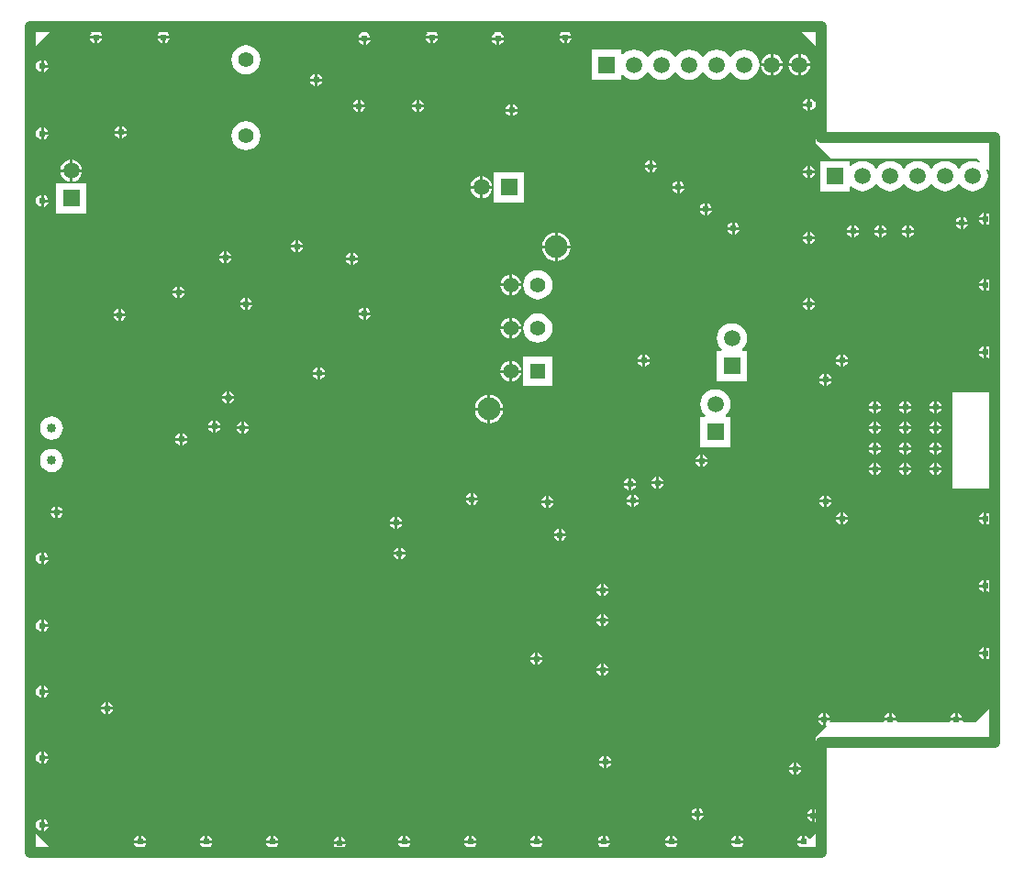
<source format=gbl>
G04 Layer_Physical_Order=2*
G04 Layer_Color=16711680*
%FSLAX25Y25*%
%MOIN*%
G70*
G01*
G75*
%ADD43C,0.04000*%
%ADD44C,0.03347*%
%ADD45R,0.05905X0.05905*%
%ADD46C,0.05905*%
%ADD47R,0.05905X0.05905*%
%ADD48C,0.08268*%
%ADD49R,0.05543X0.05543*%
%ADD50C,0.05543*%
%ADD51C,0.05512*%
%ADD52C,0.02400*%
%ADD53C,0.02800*%
G36*
X285500Y293500D02*
X285500Y273076D01*
X285000Y272967D01*
X284586Y273586D01*
X283858Y274072D01*
X283500Y274144D01*
Y272000D01*
Y269856D01*
X283858Y269928D01*
X284586Y270414D01*
X285000Y271033D01*
X285500Y270924D01*
Y258000D01*
X291000Y252500D01*
X344000D01*
X345158Y251342D01*
X344874Y250919D01*
X343923Y251312D01*
X342500Y251500D01*
X341076Y251312D01*
X339750Y250763D01*
X338611Y249889D01*
X337781Y248807D01*
X337500Y248776D01*
X337219Y248807D01*
X336389Y249889D01*
X335250Y250763D01*
X333924Y251312D01*
X332500Y251500D01*
X331077Y251312D01*
X329750Y250763D01*
X328611Y249889D01*
X327781Y248807D01*
X327500Y248776D01*
X327219Y248807D01*
X326389Y249889D01*
X325250Y250763D01*
X323923Y251312D01*
X322500Y251500D01*
X321076Y251312D01*
X319750Y250763D01*
X318611Y249889D01*
X317781Y248807D01*
X317500Y248776D01*
X317219Y248807D01*
X316389Y249889D01*
X315250Y250763D01*
X313924Y251312D01*
X312500Y251500D01*
X311076Y251312D01*
X309750Y250763D01*
X308611Y249889D01*
X307781Y248807D01*
X307500Y248776D01*
X307219Y248807D01*
X306389Y249889D01*
X305250Y250763D01*
X303924Y251312D01*
X302500Y251500D01*
X301077Y251312D01*
X299750Y250763D01*
X298611Y249889D01*
X298426Y249648D01*
X297953Y249809D01*
Y251453D01*
X287047D01*
Y240547D01*
X297953D01*
Y242191D01*
X298426Y242352D01*
X298611Y242111D01*
X299750Y241237D01*
X301077Y240688D01*
X302500Y240500D01*
X303924Y240688D01*
X305250Y241237D01*
X306389Y242111D01*
X307219Y243193D01*
X307500Y243224D01*
X307781Y243193D01*
X308611Y242111D01*
X309750Y241237D01*
X311076Y240688D01*
X312500Y240500D01*
X313924Y240688D01*
X315250Y241237D01*
X316389Y242111D01*
X317219Y243193D01*
X317500Y243224D01*
X317781Y243193D01*
X318611Y242111D01*
X319750Y241237D01*
X321076Y240688D01*
X322500Y240500D01*
X323923Y240688D01*
X325250Y241237D01*
X326389Y242111D01*
X327219Y243193D01*
X327500Y243224D01*
X327781Y243193D01*
X328611Y242111D01*
X329750Y241237D01*
X331077Y240688D01*
X332500Y240500D01*
X333924Y240688D01*
X335250Y241237D01*
X336389Y242111D01*
X337219Y243193D01*
X337500Y243224D01*
X337781Y243193D01*
X338611Y242111D01*
X339750Y241237D01*
X341076Y240688D01*
X342500Y240500D01*
X343923Y240688D01*
X345250Y241237D01*
X346389Y242111D01*
X347263Y243250D01*
X347812Y244577D01*
X348000Y246000D01*
X347812Y247424D01*
X347418Y248374D01*
X347842Y248658D01*
X348500Y248000D01*
Y232674D01*
X348059Y232438D01*
X347858Y232572D01*
X347500Y232644D01*
Y230500D01*
Y228356D01*
X347858Y228428D01*
X348059Y228562D01*
X348500Y228326D01*
Y208674D01*
X348059Y208438D01*
X347858Y208572D01*
X347500Y208644D01*
Y206500D01*
Y204356D01*
X347858Y204428D01*
X348059Y204562D01*
X348500Y204326D01*
Y184174D01*
X348059Y183938D01*
X347858Y184072D01*
X347500Y184144D01*
Y182000D01*
Y179856D01*
X347858Y179928D01*
X348059Y180062D01*
X348500Y179826D01*
Y167500D01*
X335000D01*
Y132500D01*
X348500D01*
Y123674D01*
X348059Y123438D01*
X347858Y123572D01*
X347500Y123644D01*
Y121500D01*
Y119356D01*
X347858Y119428D01*
X348059Y119562D01*
X348500Y119326D01*
Y99174D01*
X348059Y98938D01*
X347858Y99072D01*
X347500Y99144D01*
Y97000D01*
Y94856D01*
X347858Y94928D01*
X348059Y95062D01*
X348500Y94826D01*
X348500Y74674D01*
X348059Y74438D01*
X347858Y74572D01*
X347500Y74644D01*
Y72500D01*
Y70356D01*
X347858Y70428D01*
X348059Y70562D01*
X348500Y70326D01*
Y52000D01*
X343500Y47500D01*
X339033D01*
X338644Y48000D01*
X334356D01*
X333967Y47500D01*
X315033D01*
X314644Y48000D01*
X310356D01*
X309967Y47500D01*
X291033D01*
X290955Y47536D01*
X290607Y47814D01*
X290644Y48000D01*
X289000D01*
Y46356D01*
X289186Y46393D01*
X289433Y45933D01*
X285500Y42000D01*
X285500Y16033D01*
X285000Y15644D01*
Y13500D01*
Y11356D01*
X285500Y10967D01*
Y7000D01*
X283513Y5013D01*
X282904Y5111D01*
X282586Y5586D01*
X281858Y6072D01*
X281500Y6144D01*
Y4000D01*
X281000D01*
Y3500D01*
X278856D01*
X278928Y3142D01*
X279356Y2500D01*
X279202Y2000D01*
X258798D01*
X258644Y2500D01*
X259072Y3142D01*
X259144Y3500D01*
X254856D01*
X254928Y3142D01*
X255356Y2500D01*
X255202Y2000D01*
X234798D01*
X234644Y2500D01*
X235072Y3142D01*
X235144Y3500D01*
X230856D01*
X230928Y3142D01*
X231356Y2500D01*
X231202Y2000D01*
X210298D01*
X210144Y2500D01*
X210572Y3142D01*
X210644Y3500D01*
X206356D01*
X206428Y3142D01*
X206856Y2500D01*
X206702Y2000D01*
X185798D01*
X185644Y2500D01*
X186072Y3142D01*
X186144Y3500D01*
X181856D01*
X181928Y3142D01*
X182356Y2500D01*
X182202Y2000D01*
X161798D01*
X161644Y2500D01*
X162072Y3142D01*
X162144Y3500D01*
X157856D01*
X157928Y3142D01*
X158356Y2500D01*
X158202Y2000D01*
X137798D01*
X137644Y2500D01*
X138072Y3142D01*
X138144Y3500D01*
X133856D01*
X133928Y3142D01*
X134356Y2500D01*
X134202Y2000D01*
X114674D01*
X114438Y2441D01*
X114572Y2642D01*
X114644Y3000D01*
X110356D01*
X110428Y2642D01*
X110562Y2441D01*
X110326Y2000D01*
X89798D01*
X89644Y2500D01*
X90072Y3142D01*
X90144Y3500D01*
X85856D01*
X85928Y3142D01*
X86356Y2500D01*
X86202Y2000D01*
X65798D01*
X65644Y2500D01*
X66072Y3142D01*
X66144Y3500D01*
X61856D01*
X61928Y3142D01*
X62356Y2500D01*
X62202Y2000D01*
X41798D01*
X41644Y2500D01*
X42072Y3142D01*
X42144Y3500D01*
X37856D01*
X37928Y3142D01*
X38356Y2500D01*
X38202Y2000D01*
X7000D01*
X2000Y7000D01*
Y8924D01*
X2500Y9033D01*
X2914Y8414D01*
X3642Y7928D01*
X4000Y7856D01*
Y10000D01*
Y12144D01*
X3642Y12072D01*
X2914Y11586D01*
X2500Y10967D01*
X2000Y11076D01*
Y33424D01*
X2500Y33533D01*
X2914Y32914D01*
X3642Y32428D01*
X4000Y32356D01*
Y34500D01*
Y36644D01*
X3642Y36572D01*
X2914Y36086D01*
X2500Y35467D01*
X2000Y35576D01*
Y57424D01*
X2500Y57533D01*
X2914Y56914D01*
X3642Y56428D01*
X4000Y56356D01*
Y58500D01*
Y60644D01*
X3642Y60572D01*
X2914Y60086D01*
X2500Y59467D01*
X2000Y59576D01*
Y81424D01*
X2500Y81533D01*
X2914Y80914D01*
X3642Y80428D01*
X4000Y80356D01*
Y82500D01*
Y84644D01*
X3642Y84572D01*
X2914Y84086D01*
X2500Y83467D01*
X2000Y83576D01*
Y105924D01*
X2500Y106033D01*
X2914Y105414D01*
X3642Y104928D01*
X4000Y104856D01*
Y107000D01*
Y109144D01*
X3642Y109072D01*
X2914Y108586D01*
X2500Y107967D01*
X2000Y108076D01*
Y235924D01*
X2500Y236033D01*
X2914Y235414D01*
X3642Y234928D01*
X4000Y234856D01*
Y237000D01*
Y239144D01*
X3642Y239072D01*
X2914Y238586D01*
X2500Y237967D01*
X2000Y238076D01*
Y260424D01*
X2500Y260533D01*
X2914Y259914D01*
X3642Y259428D01*
X4000Y259356D01*
Y261500D01*
Y263644D01*
X3642Y263572D01*
X2914Y263086D01*
X2500Y262467D01*
X2000Y262576D01*
Y284924D01*
X2500Y285033D01*
X2914Y284414D01*
X3642Y283928D01*
X4000Y283856D01*
Y286000D01*
Y288144D01*
X3642Y288072D01*
X2914Y287586D01*
X2500Y286967D01*
X2000Y287076D01*
Y293500D01*
X7000Y298500D01*
X22202D01*
X22356Y298000D01*
X21928Y297358D01*
X21856Y297000D01*
X26144D01*
X26072Y297358D01*
X25644Y298000D01*
X25798Y298500D01*
X46702D01*
X46856Y298000D01*
X46428Y297358D01*
X46356Y297000D01*
X50644D01*
X50572Y297358D01*
X50144Y298000D01*
X50298Y298500D01*
X120424D01*
X120533Y298000D01*
X119914Y297586D01*
X119428Y296858D01*
X119356Y296500D01*
X123644D01*
X123572Y296858D01*
X123086Y297586D01*
X122467Y298000D01*
X122576Y298500D01*
X144202D01*
X144356Y298000D01*
X143928Y297358D01*
X143856Y297000D01*
X148144D01*
X148072Y297358D01*
X147644Y298000D01*
X147798Y298500D01*
X168924D01*
X169033Y298000D01*
X168414Y297586D01*
X167928Y296858D01*
X167856Y296500D01*
X172144D01*
X172072Y296858D01*
X171586Y297586D01*
X170967Y298000D01*
X171076Y298500D01*
X192702D01*
X192856Y298000D01*
X192428Y297358D01*
X192356Y297000D01*
X196644D01*
X196572Y297358D01*
X196144Y298000D01*
X196298Y298500D01*
X280500D01*
X285500Y293500D01*
D02*
G37*
%LPC*%
G36*
X309144Y139000D02*
X307500D01*
Y137356D01*
X307858Y137428D01*
X308586Y137914D01*
X309072Y138642D01*
X309144Y139000D01*
D02*
G37*
G36*
X306500D02*
X304856D01*
X304928Y138642D01*
X305414Y137914D01*
X306142Y137428D01*
X306500Y137356D01*
Y139000D01*
D02*
G37*
G36*
X317500D02*
X315856D01*
X315928Y138642D01*
X316414Y137914D01*
X317142Y137428D01*
X317500Y137356D01*
Y139000D01*
D02*
G37*
G36*
X328500D02*
X326856D01*
X326928Y138642D01*
X327414Y137914D01*
X328142Y137428D01*
X328500Y137356D01*
Y139000D01*
D02*
G37*
G36*
X320144D02*
X318500D01*
Y137356D01*
X318858Y137428D01*
X319586Y137914D01*
X320072Y138642D01*
X320144Y139000D01*
D02*
G37*
G36*
X228500Y136644D02*
Y135000D01*
X230144D01*
X230072Y135358D01*
X229586Y136086D01*
X228858Y136572D01*
X228500Y136644D01*
D02*
G37*
G36*
X230144Y134000D02*
X228500D01*
Y132356D01*
X228858Y132428D01*
X229586Y132914D01*
X230072Y133642D01*
X230144Y134000D01*
D02*
G37*
G36*
X227500D02*
X225856D01*
X225928Y133642D01*
X226414Y132914D01*
X227142Y132428D01*
X227500Y132356D01*
Y134000D01*
D02*
G37*
G36*
X217500Y136144D02*
X217142Y136072D01*
X216414Y135586D01*
X215928Y134858D01*
X215856Y134500D01*
X217500D01*
Y136144D01*
D02*
G37*
G36*
X227500Y136644D02*
X227142Y136572D01*
X226414Y136086D01*
X225928Y135358D01*
X225856Y135000D01*
X227500D01*
Y136644D01*
D02*
G37*
G36*
X218500Y136144D02*
Y134500D01*
X220144D01*
X220072Y134858D01*
X219586Y135586D01*
X218858Y136072D01*
X218500Y136144D01*
D02*
G37*
G36*
X331144Y139000D02*
X329500D01*
Y137356D01*
X329858Y137428D01*
X330586Y137914D01*
X331072Y138642D01*
X331144Y139000D01*
D02*
G37*
G36*
X243500Y142000D02*
X241856D01*
X241928Y141642D01*
X242414Y140914D01*
X243142Y140428D01*
X243500Y140356D01*
Y142000D01*
D02*
G37*
G36*
X329500Y141644D02*
Y140000D01*
X331144D01*
X331072Y140358D01*
X330586Y141086D01*
X329858Y141572D01*
X329500Y141644D01*
D02*
G37*
G36*
X246144Y142000D02*
X244500D01*
Y140356D01*
X244858Y140428D01*
X245586Y140914D01*
X246072Y141642D01*
X246144Y142000D01*
D02*
G37*
G36*
X244500Y144644D02*
Y143000D01*
X246144D01*
X246072Y143358D01*
X245586Y144086D01*
X244858Y144572D01*
X244500Y144644D01*
D02*
G37*
G36*
X243500D02*
X243142Y144572D01*
X242414Y144086D01*
X241928Y143358D01*
X241856Y143000D01*
X243500D01*
Y144644D01*
D02*
G37*
G36*
X328500Y141644D02*
X328142Y141572D01*
X327414Y141086D01*
X326928Y140358D01*
X326856Y140000D01*
X328500D01*
Y141644D01*
D02*
G37*
G36*
X306500D02*
X306142Y141572D01*
X305414Y141086D01*
X304928Y140358D01*
X304856Y140000D01*
X306500D01*
Y141644D01*
D02*
G37*
G36*
X7882Y146804D02*
X6792Y146660D01*
X5777Y146240D01*
X4905Y145571D01*
X4237Y144699D01*
X3816Y143684D01*
X3673Y142595D01*
X3816Y141505D01*
X4237Y140490D01*
X4905Y139618D01*
X5777Y138949D01*
X6792Y138529D01*
X7882Y138385D01*
X8971Y138529D01*
X9986Y138949D01*
X10858Y139618D01*
X11527Y140490D01*
X11948Y141505D01*
X12091Y142595D01*
X11948Y143684D01*
X11527Y144699D01*
X10858Y145571D01*
X9986Y146240D01*
X8971Y146660D01*
X7882Y146804D01*
D02*
G37*
G36*
X307500Y141644D02*
Y140000D01*
X309144D01*
X309072Y140358D01*
X308586Y141086D01*
X307858Y141572D01*
X307500Y141644D01*
D02*
G37*
G36*
X318500D02*
Y140000D01*
X320144D01*
X320072Y140358D01*
X319586Y141086D01*
X318858Y141572D01*
X318500Y141644D01*
D02*
G37*
G36*
X317500D02*
X317142Y141572D01*
X316414Y141086D01*
X315928Y140358D01*
X315856Y140000D01*
X317500D01*
Y141644D01*
D02*
G37*
G36*
X288500Y127256D02*
X286856D01*
X286928Y126898D01*
X287414Y126170D01*
X288142Y125684D01*
X288500Y125612D01*
Y127256D01*
D02*
G37*
G36*
X190144Y127000D02*
X188500D01*
Y125356D01*
X188858Y125428D01*
X189586Y125914D01*
X190072Y126642D01*
X190144Y127000D01*
D02*
G37*
G36*
X291144Y127256D02*
X289500D01*
Y125612D01*
X289858Y125684D01*
X290586Y126170D01*
X291072Y126898D01*
X291144Y127256D01*
D02*
G37*
G36*
X221144Y127500D02*
X219500D01*
Y125856D01*
X219858Y125928D01*
X220586Y126414D01*
X221072Y127142D01*
X221144Y127500D01*
D02*
G37*
G36*
X218500D02*
X216856D01*
X216928Y127142D01*
X217414Y126414D01*
X218142Y125928D01*
X218500Y125856D01*
Y127500D01*
D02*
G37*
G36*
X187500Y127000D02*
X185856D01*
X185928Y126642D01*
X186414Y125914D01*
X187142Y125428D01*
X187500Y125356D01*
Y127000D01*
D02*
G37*
G36*
X295500Y123644D02*
Y122000D01*
X297144D01*
X297072Y122358D01*
X296586Y123086D01*
X295858Y123572D01*
X295500Y123644D01*
D02*
G37*
G36*
X294500D02*
X294142Y123572D01*
X293414Y123086D01*
X292928Y122358D01*
X292856Y122000D01*
X294500D01*
Y123644D01*
D02*
G37*
G36*
X346500D02*
X346142Y123572D01*
X345414Y123086D01*
X344928Y122358D01*
X344856Y122000D01*
X346500D01*
Y123644D01*
D02*
G37*
G36*
X10244Y125888D02*
Y124244D01*
X11888D01*
X11817Y124602D01*
X11330Y125330D01*
X10603Y125817D01*
X10244Y125888D01*
D02*
G37*
G36*
X9244D02*
X8886Y125817D01*
X8158Y125330D01*
X7672Y124602D01*
X7600Y124244D01*
X9244D01*
Y125888D01*
D02*
G37*
G36*
X160016Y127984D02*
X158372D01*
X158443Y127626D01*
X158930Y126898D01*
X159657Y126412D01*
X160016Y126341D01*
Y127984D01*
D02*
G37*
G36*
Y130628D02*
X159657Y130557D01*
X158930Y130070D01*
X158443Y129343D01*
X158372Y128984D01*
X160016D01*
Y130628D01*
D02*
G37*
G36*
X219500Y130144D02*
Y128500D01*
X221144D01*
X221072Y128858D01*
X220586Y129586D01*
X219858Y130072D01*
X219500Y130144D01*
D02*
G37*
G36*
X161016Y130628D02*
Y128984D01*
X162659D01*
X162588Y129343D01*
X162102Y130070D01*
X161374Y130557D01*
X161016Y130628D01*
D02*
G37*
G36*
X220144Y133500D02*
X218500D01*
Y131856D01*
X218858Y131928D01*
X219586Y132414D01*
X220072Y133142D01*
X220144Y133500D01*
D02*
G37*
G36*
X217500D02*
X215856D01*
X215928Y133142D01*
X216414Y132414D01*
X217142Y131928D01*
X217500Y131856D01*
Y133500D01*
D02*
G37*
G36*
X218500Y130144D02*
X218142Y130072D01*
X217414Y129586D01*
X216928Y128858D01*
X216856Y128500D01*
X218500D01*
Y130144D01*
D02*
G37*
G36*
X187500Y129644D02*
X187142Y129572D01*
X186414Y129086D01*
X185928Y128358D01*
X185856Y128000D01*
X187500D01*
Y129644D01*
D02*
G37*
G36*
X162659Y127984D02*
X161016D01*
Y126341D01*
X161374Y126412D01*
X162102Y126898D01*
X162588Y127626D01*
X162659Y127984D01*
D02*
G37*
G36*
X188500Y129644D02*
Y128000D01*
X190144D01*
X190072Y128358D01*
X189586Y129086D01*
X188858Y129572D01*
X188500Y129644D01*
D02*
G37*
G36*
X289500Y129900D02*
Y128256D01*
X291144D01*
X291072Y128614D01*
X290586Y129342D01*
X289858Y129828D01*
X289500Y129900D01*
D02*
G37*
G36*
X288500D02*
X288142Y129828D01*
X287414Y129342D01*
X286928Y128614D01*
X286856Y128256D01*
X288500D01*
Y129900D01*
D02*
G37*
G36*
X306500Y146500D02*
X304856D01*
X304928Y146142D01*
X305414Y145414D01*
X306142Y144928D01*
X306500Y144856D01*
Y146500D01*
D02*
G37*
G36*
X307500Y156644D02*
Y155000D01*
X309144D01*
X309072Y155358D01*
X308586Y156086D01*
X307858Y156572D01*
X307500Y156644D01*
D02*
G37*
G36*
X306500D02*
X306142Y156572D01*
X305414Y156086D01*
X304928Y155358D01*
X304856Y155000D01*
X306500D01*
Y156644D01*
D02*
G37*
G36*
X317500D02*
X317142Y156572D01*
X316414Y156086D01*
X315928Y155358D01*
X315856Y155000D01*
X317500D01*
Y156644D01*
D02*
G37*
G36*
X328500D02*
X328142Y156572D01*
X327414Y156086D01*
X326928Y155358D01*
X326856Y155000D01*
X328500D01*
Y156644D01*
D02*
G37*
G36*
X318500D02*
Y155000D01*
X320144D01*
X320072Y155358D01*
X319586Y156086D01*
X318858Y156572D01*
X318500Y156644D01*
D02*
G37*
G36*
X77800D02*
Y155000D01*
X79444D01*
X79372Y155358D01*
X78886Y156086D01*
X78158Y156572D01*
X77800Y156644D01*
D02*
G37*
G36*
X331144Y154000D02*
X329500D01*
Y152356D01*
X329858Y152428D01*
X330586Y152914D01*
X331072Y153642D01*
X331144Y154000D01*
D02*
G37*
G36*
X328500D02*
X326856D01*
X326928Y153642D01*
X327414Y152914D01*
X328142Y152428D01*
X328500Y152356D01*
Y154000D01*
D02*
G37*
G36*
X66500Y154500D02*
X64856D01*
X64928Y154142D01*
X65414Y153414D01*
X66142Y152928D01*
X66500Y152856D01*
Y154500D01*
D02*
G37*
G36*
X76800Y156644D02*
X76442Y156572D01*
X75714Y156086D01*
X75228Y155358D01*
X75156Y155000D01*
X76800D01*
Y156644D01*
D02*
G37*
G36*
X69144Y154500D02*
X67500D01*
Y152856D01*
X67858Y152928D01*
X68586Y153414D01*
X69072Y154142D01*
X69144Y154500D01*
D02*
G37*
G36*
X329500Y156644D02*
Y155000D01*
X331144D01*
X331072Y155358D01*
X330586Y156086D01*
X329858Y156572D01*
X329500Y156644D01*
D02*
G37*
G36*
X320144Y161500D02*
X318500D01*
Y159856D01*
X318858Y159928D01*
X319586Y160414D01*
X320072Y161142D01*
X320144Y161500D01*
D02*
G37*
G36*
X317500D02*
X315856D01*
X315928Y161142D01*
X316414Y160414D01*
X317142Y159928D01*
X317500Y159856D01*
Y161500D01*
D02*
G37*
G36*
X328500D02*
X326856D01*
X326928Y161142D01*
X327414Y160414D01*
X328142Y159928D01*
X328500Y159856D01*
Y161500D01*
D02*
G37*
G36*
X166284Y166337D02*
X165443Y166226D01*
X164194Y165709D01*
X163122Y164886D01*
X162299Y163813D01*
X161782Y162565D01*
X161671Y161724D01*
X166284D01*
Y166337D01*
D02*
G37*
G36*
X331144Y161500D02*
X329500D01*
Y159856D01*
X329858Y159928D01*
X330586Y160414D01*
X331072Y161142D01*
X331144Y161500D01*
D02*
G37*
G36*
X309144D02*
X307500D01*
Y159856D01*
X307858Y159928D01*
X308586Y160414D01*
X309072Y161142D01*
X309144Y161500D01*
D02*
G37*
G36*
X67500Y157144D02*
Y155500D01*
X69144D01*
X69072Y155858D01*
X68586Y156586D01*
X67858Y157072D01*
X67500Y157144D01*
D02*
G37*
G36*
X66500D02*
X66142Y157072D01*
X65414Y156586D01*
X64928Y155858D01*
X64856Y155500D01*
X66500D01*
Y157144D01*
D02*
G37*
G36*
X166284Y160724D02*
X161671D01*
X161782Y159884D01*
X162299Y158635D01*
X163122Y157563D01*
X164194Y156740D01*
X165443Y156223D01*
X166284Y156112D01*
Y160724D01*
D02*
G37*
G36*
X306500Y161500D02*
X304856D01*
X304928Y161142D01*
X305414Y160414D01*
X306142Y159928D01*
X306500Y159856D01*
Y161500D01*
D02*
G37*
G36*
X171896Y160724D02*
X167283D01*
Y156112D01*
X168124Y156223D01*
X169372Y156740D01*
X170445Y157563D01*
X171268Y158635D01*
X171785Y159884D01*
X171896Y160724D01*
D02*
G37*
G36*
X317500Y149144D02*
X317142Y149072D01*
X316414Y148586D01*
X315928Y147858D01*
X315856Y147500D01*
X317500D01*
Y149144D01*
D02*
G37*
G36*
X307500D02*
Y147500D01*
X309144D01*
X309072Y147858D01*
X308586Y148586D01*
X307858Y149072D01*
X307500Y149144D01*
D02*
G37*
G36*
X318500D02*
Y147500D01*
X320144D01*
X320072Y147858D01*
X319586Y148586D01*
X318858Y149072D01*
X318500Y149144D01*
D02*
G37*
G36*
X329500D02*
Y147500D01*
X331144D01*
X331072Y147858D01*
X330586Y148586D01*
X329858Y149072D01*
X329500Y149144D01*
D02*
G37*
G36*
X328500D02*
X328142Y149072D01*
X327414Y148586D01*
X326928Y147858D01*
X326856Y147500D01*
X328500D01*
Y149144D01*
D02*
G37*
G36*
X306500D02*
X306142Y149072D01*
X305414Y148586D01*
X304928Y147858D01*
X304856Y147500D01*
X306500D01*
Y149144D01*
D02*
G37*
G36*
X317500Y146500D02*
X315856D01*
X315928Y146142D01*
X316414Y145414D01*
X317142Y144928D01*
X317500Y144856D01*
Y146500D01*
D02*
G37*
G36*
X309144D02*
X307500D01*
Y144856D01*
X307858Y144928D01*
X308586Y145414D01*
X309072Y146142D01*
X309144Y146500D01*
D02*
G37*
G36*
X320144D02*
X318500D01*
Y144856D01*
X318858Y144928D01*
X319586Y145414D01*
X320072Y146142D01*
X320144Y146500D01*
D02*
G37*
G36*
X331144D02*
X329500D01*
Y144856D01*
X329858Y144928D01*
X330586Y145414D01*
X331072Y146142D01*
X331144Y146500D01*
D02*
G37*
G36*
X328500D02*
X326856D01*
X326928Y146142D01*
X327414Y145414D01*
X328142Y144928D01*
X328500Y144856D01*
Y146500D01*
D02*
G37*
G36*
X249000Y168500D02*
X247576Y168312D01*
X246250Y167763D01*
X245111Y166889D01*
X244237Y165750D01*
X243688Y164424D01*
X243500Y163000D01*
X243688Y161576D01*
X244237Y160250D01*
X245111Y159111D01*
X245352Y158926D01*
X245191Y158453D01*
X243547D01*
Y147547D01*
X254453D01*
Y158453D01*
X252809D01*
X252648Y158926D01*
X252889Y159111D01*
X253763Y160250D01*
X254312Y161576D01*
X254500Y163000D01*
X254312Y164424D01*
X253763Y165750D01*
X252889Y166889D01*
X251750Y167763D01*
X250424Y168312D01*
X249000Y168500D01*
D02*
G37*
G36*
X306500Y154000D02*
X304856D01*
X304928Y153642D01*
X305414Y152914D01*
X306142Y152428D01*
X306500Y152356D01*
Y154000D01*
D02*
G37*
G36*
X79444D02*
X77800D01*
Y152356D01*
X78158Y152428D01*
X78886Y152914D01*
X79372Y153642D01*
X79444Y154000D01*
D02*
G37*
G36*
X309144D02*
X307500D01*
Y152356D01*
X307858Y152428D01*
X308586Y152914D01*
X309072Y153642D01*
X309144Y154000D01*
D02*
G37*
G36*
X320144D02*
X318500D01*
Y152356D01*
X318858Y152428D01*
X319586Y152914D01*
X320072Y153642D01*
X320144Y154000D01*
D02*
G37*
G36*
X317500D02*
X315856D01*
X315928Y153642D01*
X316414Y152914D01*
X317142Y152428D01*
X317500Y152356D01*
Y154000D01*
D02*
G37*
G36*
X76800D02*
X75156D01*
X75228Y153642D01*
X75714Y152914D01*
X76442Y152428D01*
X76800Y152356D01*
Y154000D01*
D02*
G37*
G36*
X57144Y149800D02*
X55500D01*
Y148156D01*
X55858Y148228D01*
X56586Y148714D01*
X57072Y149442D01*
X57144Y149800D01*
D02*
G37*
G36*
X54500D02*
X52856D01*
X52928Y149442D01*
X53414Y148714D01*
X54142Y148228D01*
X54500Y148156D01*
Y149800D01*
D02*
G37*
G36*
X7882Y158615D02*
X6792Y158471D01*
X5777Y158051D01*
X4905Y157382D01*
X4237Y156510D01*
X3816Y155495D01*
X3673Y154405D01*
X3816Y153316D01*
X4237Y152301D01*
X4905Y151429D01*
X5777Y150760D01*
X6792Y150340D01*
X7882Y150196D01*
X8971Y150340D01*
X9986Y150760D01*
X10858Y151429D01*
X11527Y152301D01*
X11948Y153316D01*
X12091Y154405D01*
X11948Y155495D01*
X11527Y156510D01*
X10858Y157382D01*
X9986Y158051D01*
X8971Y158471D01*
X7882Y158615D01*
D02*
G37*
G36*
X55500Y152444D02*
Y150800D01*
X57144D01*
X57072Y151158D01*
X56586Y151886D01*
X55858Y152372D01*
X55500Y152444D01*
D02*
G37*
G36*
X54500D02*
X54142Y152372D01*
X53414Y151886D01*
X52928Y151158D01*
X52856Y150800D01*
X54500D01*
Y152444D01*
D02*
G37*
G36*
X280144Y30000D02*
X278500D01*
Y28356D01*
X278858Y28428D01*
X279586Y28914D01*
X280072Y29642D01*
X280144Y30000D01*
D02*
G37*
G36*
X277500D02*
X275856D01*
X275928Y29642D01*
X276414Y28914D01*
X277142Y28428D01*
X277500Y28356D01*
Y30000D01*
D02*
G37*
G36*
X208500Y32500D02*
X206856D01*
X206928Y32142D01*
X207414Y31414D01*
X208142Y30928D01*
X208500Y30856D01*
Y32500D01*
D02*
G37*
G36*
X277500Y32644D02*
X277142Y32572D01*
X276414Y32086D01*
X275928Y31358D01*
X275856Y31000D01*
X277500D01*
Y32644D01*
D02*
G37*
G36*
X211144Y32500D02*
X209500D01*
Y30856D01*
X209858Y30928D01*
X210586Y31414D01*
X211072Y32142D01*
X211144Y32500D01*
D02*
G37*
G36*
X243000Y16144D02*
Y14500D01*
X244644D01*
X244572Y14858D01*
X244086Y15586D01*
X243358Y16072D01*
X243000Y16144D01*
D02*
G37*
G36*
X242000Y13500D02*
X240356D01*
X240428Y13142D01*
X240914Y12414D01*
X241642Y11928D01*
X242000Y11856D01*
Y13500D01*
D02*
G37*
G36*
X284000Y13000D02*
X282356D01*
X282428Y12642D01*
X282914Y11914D01*
X283642Y11428D01*
X284000Y11356D01*
Y13000D01*
D02*
G37*
G36*
X244644Y13500D02*
X243000D01*
Y11856D01*
X243358Y11928D01*
X244086Y12414D01*
X244572Y13142D01*
X244644Y13500D01*
D02*
G37*
G36*
X242000Y16144D02*
X241642Y16072D01*
X240914Y15586D01*
X240428Y14858D01*
X240356Y14500D01*
X242000D01*
Y16144D01*
D02*
G37*
G36*
X284000Y15644D02*
X283642Y15572D01*
X282914Y15086D01*
X282428Y14358D01*
X282356Y14000D01*
X284000D01*
Y15644D01*
D02*
G37*
G36*
X278500Y32644D02*
Y31000D01*
X280144D01*
X280072Y31358D01*
X279586Y32086D01*
X278858Y32572D01*
X278500Y32644D01*
D02*
G37*
G36*
X312000Y50644D02*
X311642Y50572D01*
X310914Y50086D01*
X310428Y49358D01*
X310356Y49000D01*
X312000D01*
Y50644D01*
D02*
G37*
G36*
X289000D02*
Y49000D01*
X290644D01*
X290572Y49358D01*
X290086Y50086D01*
X289358Y50572D01*
X289000Y50644D01*
D02*
G37*
G36*
X313000D02*
Y49000D01*
X314644D01*
X314572Y49358D01*
X314086Y50086D01*
X313358Y50572D01*
X313000Y50644D01*
D02*
G37*
G36*
X337000D02*
Y49000D01*
X338644D01*
X338572Y49358D01*
X338086Y50086D01*
X337358Y50572D01*
X337000Y50644D01*
D02*
G37*
G36*
X336000D02*
X335642Y50572D01*
X334914Y50086D01*
X334428Y49358D01*
X334356Y49000D01*
X336000D01*
Y50644D01*
D02*
G37*
G36*
X288000D02*
X287642Y50572D01*
X286914Y50086D01*
X286428Y49358D01*
X286356Y49000D01*
X288000D01*
Y50644D01*
D02*
G37*
G36*
X208500Y35144D02*
X208142Y35072D01*
X207414Y34586D01*
X206928Y33858D01*
X206856Y33500D01*
X208500D01*
Y35144D01*
D02*
G37*
G36*
X6644Y34000D02*
X5000D01*
Y32356D01*
X5358Y32428D01*
X6086Y32914D01*
X6572Y33642D01*
X6644Y34000D01*
D02*
G37*
G36*
X209500Y35144D02*
Y33500D01*
X211144D01*
X211072Y33858D01*
X210586Y34586D01*
X209858Y35072D01*
X209500Y35144D01*
D02*
G37*
G36*
X288000Y48000D02*
X286356D01*
X286428Y47642D01*
X286914Y46914D01*
X287642Y46428D01*
X288000Y46356D01*
Y48000D01*
D02*
G37*
G36*
X5000Y36644D02*
Y35000D01*
X6644D01*
X6572Y35358D01*
X6086Y36086D01*
X5358Y36572D01*
X5000Y36644D01*
D02*
G37*
G36*
X88500Y6144D02*
Y4500D01*
X90144D01*
X90072Y4858D01*
X89586Y5586D01*
X88858Y6072D01*
X88500Y6144D01*
D02*
G37*
G36*
X87500D02*
X87142Y6072D01*
X86414Y5586D01*
X85928Y4858D01*
X85856Y4500D01*
X87500D01*
Y6144D01*
D02*
G37*
G36*
X135500D02*
X135142Y6072D01*
X134414Y5586D01*
X133928Y4858D01*
X133856Y4500D01*
X135500D01*
Y6144D01*
D02*
G37*
G36*
X159500D02*
X159142Y6072D01*
X158414Y5586D01*
X157928Y4858D01*
X157856Y4500D01*
X159500D01*
Y6144D01*
D02*
G37*
G36*
X136500D02*
Y4500D01*
X138144D01*
X138072Y4858D01*
X137586Y5586D01*
X136858Y6072D01*
X136500Y6144D01*
D02*
G37*
G36*
X64500D02*
Y4500D01*
X66144D01*
X66072Y4858D01*
X65586Y5586D01*
X64858Y6072D01*
X64500Y6144D01*
D02*
G37*
G36*
X113000Y5644D02*
Y4000D01*
X114644D01*
X114572Y4358D01*
X114086Y5086D01*
X113358Y5572D01*
X113000Y5644D01*
D02*
G37*
G36*
X112000D02*
X111642Y5572D01*
X110914Y5086D01*
X110428Y4358D01*
X110356Y4000D01*
X112000D01*
Y5644D01*
D02*
G37*
G36*
X39500Y6144D02*
X39142Y6072D01*
X38414Y5586D01*
X37928Y4858D01*
X37856Y4500D01*
X39500D01*
Y6144D01*
D02*
G37*
G36*
X63500D02*
X63142Y6072D01*
X62414Y5586D01*
X61928Y4858D01*
X61856Y4500D01*
X63500D01*
Y6144D01*
D02*
G37*
G36*
X40500D02*
Y4500D01*
X42144D01*
X42072Y4858D01*
X41586Y5586D01*
X40858Y6072D01*
X40500Y6144D01*
D02*
G37*
G36*
X160500D02*
Y4500D01*
X162144D01*
X162072Y4858D01*
X161586Y5586D01*
X160858Y6072D01*
X160500Y6144D01*
D02*
G37*
G36*
X257500D02*
Y4500D01*
X259144D01*
X259072Y4858D01*
X258586Y5586D01*
X257858Y6072D01*
X257500Y6144D01*
D02*
G37*
G36*
X256500D02*
X256142Y6072D01*
X255414Y5586D01*
X254928Y4858D01*
X254856Y4500D01*
X256500D01*
Y6144D01*
D02*
G37*
G36*
X280500D02*
X280142Y6072D01*
X279414Y5586D01*
X278928Y4858D01*
X278856Y4500D01*
X280500D01*
Y6144D01*
D02*
G37*
G36*
X5000Y12144D02*
Y10500D01*
X6644D01*
X6572Y10858D01*
X6086Y11586D01*
X5358Y12072D01*
X5000Y12144D01*
D02*
G37*
G36*
X6644Y9500D02*
X5000D01*
Y7856D01*
X5358Y7928D01*
X6086Y8414D01*
X6572Y9142D01*
X6644Y9500D01*
D02*
G37*
G36*
X233500Y6144D02*
Y4500D01*
X235144D01*
X235072Y4858D01*
X234586Y5586D01*
X233858Y6072D01*
X233500Y6144D01*
D02*
G37*
G36*
X184500D02*
Y4500D01*
X186144D01*
X186072Y4858D01*
X185586Y5586D01*
X184858Y6072D01*
X184500Y6144D01*
D02*
G37*
G36*
X183500D02*
X183142Y6072D01*
X182414Y5586D01*
X181928Y4858D01*
X181856Y4500D01*
X183500D01*
Y6144D01*
D02*
G37*
G36*
X208000D02*
X207642Y6072D01*
X206914Y5586D01*
X206428Y4858D01*
X206356Y4500D01*
X208000D01*
Y6144D01*
D02*
G37*
G36*
X232500D02*
X232142Y6072D01*
X231414Y5586D01*
X230928Y4858D01*
X230856Y4500D01*
X232500D01*
Y6144D01*
D02*
G37*
G36*
X209000D02*
Y4500D01*
X210644D01*
X210572Y4858D01*
X210086Y5586D01*
X209358Y6072D01*
X209000Y6144D01*
D02*
G37*
G36*
X27500Y52000D02*
X25856D01*
X25928Y51642D01*
X26414Y50914D01*
X27142Y50428D01*
X27500Y50356D01*
Y52000D01*
D02*
G37*
G36*
X5000Y109144D02*
Y107500D01*
X6644D01*
X6572Y107858D01*
X6086Y108586D01*
X5358Y109072D01*
X5000Y109144D01*
D02*
G37*
G36*
X136388Y108244D02*
X134744D01*
Y106600D01*
X135102Y106672D01*
X135830Y107158D01*
X136317Y107886D01*
X136388Y108244D01*
D02*
G37*
G36*
X133744Y110888D02*
X133386Y110817D01*
X132658Y110330D01*
X132172Y109602D01*
X132100Y109244D01*
X133744D01*
Y110888D01*
D02*
G37*
G36*
X192000Y115000D02*
X190356D01*
X190428Y114642D01*
X190914Y113914D01*
X191642Y113428D01*
X192000Y113356D01*
Y115000D01*
D02*
G37*
G36*
X134744Y110888D02*
Y109244D01*
X136388D01*
X136317Y109602D01*
X135830Y110330D01*
X135102Y110817D01*
X134744Y110888D01*
D02*
G37*
G36*
X133744Y108244D02*
X132100D01*
X132172Y107886D01*
X132658Y107158D01*
X133386Y106672D01*
X133744Y106600D01*
Y108244D01*
D02*
G37*
G36*
X207500Y97644D02*
X207142Y97572D01*
X206414Y97086D01*
X205928Y96358D01*
X205856Y96000D01*
X207500D01*
Y97644D01*
D02*
G37*
G36*
X346500Y96500D02*
X344856D01*
X344928Y96142D01*
X345414Y95414D01*
X346142Y94928D01*
X346500Y94856D01*
Y96500D01*
D02*
G37*
G36*
X208500Y97644D02*
Y96000D01*
X210144D01*
X210072Y96358D01*
X209586Y97086D01*
X208858Y97572D01*
X208500Y97644D01*
D02*
G37*
G36*
X6644Y106500D02*
X5000D01*
Y104856D01*
X5358Y104928D01*
X6086Y105414D01*
X6572Y106142D01*
X6644Y106500D01*
D02*
G37*
G36*
X346500Y99144D02*
X346142Y99072D01*
X345414Y98586D01*
X344928Y97858D01*
X344856Y97500D01*
X346500D01*
Y99144D01*
D02*
G37*
G36*
X194644Y115000D02*
X193000D01*
Y113356D01*
X193358Y113428D01*
X194086Y113914D01*
X194572Y114642D01*
X194644Y115000D01*
D02*
G37*
G36*
X132500Y122144D02*
X132142Y122072D01*
X131414Y121586D01*
X130928Y120858D01*
X130856Y120500D01*
X132500D01*
Y122144D01*
D02*
G37*
G36*
X346500Y121000D02*
X344856D01*
X344928Y120642D01*
X345414Y119914D01*
X346142Y119428D01*
X346500Y119356D01*
Y121000D01*
D02*
G37*
G36*
X133500Y122144D02*
Y120500D01*
X135144D01*
X135072Y120858D01*
X134586Y121586D01*
X133858Y122072D01*
X133500Y122144D01*
D02*
G37*
G36*
X11888Y123244D02*
X10244D01*
Y121600D01*
X10603Y121672D01*
X11330Y122158D01*
X11817Y122886D01*
X11888Y123244D01*
D02*
G37*
G36*
X9244D02*
X7600D01*
X7672Y122886D01*
X8158Y122158D01*
X8886Y121672D01*
X9244Y121600D01*
Y123244D01*
D02*
G37*
G36*
X297144Y121000D02*
X295500D01*
Y119356D01*
X295858Y119428D01*
X296586Y119914D01*
X297072Y120642D01*
X297144Y121000D01*
D02*
G37*
G36*
X193000Y117644D02*
Y116000D01*
X194644D01*
X194572Y116358D01*
X194086Y117086D01*
X193358Y117572D01*
X193000Y117644D01*
D02*
G37*
G36*
X192000D02*
X191642Y117572D01*
X190914Y117086D01*
X190428Y116358D01*
X190356Y116000D01*
X192000D01*
Y117644D01*
D02*
G37*
G36*
X132500Y119500D02*
X130856D01*
X130928Y119142D01*
X131414Y118414D01*
X132142Y117928D01*
X132500Y117856D01*
Y119500D01*
D02*
G37*
G36*
X294500Y121000D02*
X292856D01*
X292928Y120642D01*
X293414Y119914D01*
X294142Y119428D01*
X294500Y119356D01*
Y121000D01*
D02*
G37*
G36*
X135144Y119500D02*
X133500D01*
Y117856D01*
X133858Y117928D01*
X134586Y118414D01*
X135072Y119142D01*
X135144Y119500D01*
D02*
G37*
G36*
X207500Y68644D02*
X207142Y68572D01*
X206414Y68086D01*
X205928Y67358D01*
X205856Y67000D01*
X207500D01*
Y68644D01*
D02*
G37*
G36*
X210144Y66000D02*
X208500D01*
Y64356D01*
X208858Y64428D01*
X209586Y64914D01*
X210072Y65642D01*
X210144Y66000D01*
D02*
G37*
G36*
X208500Y68644D02*
Y67000D01*
X210144D01*
X210072Y67358D01*
X209586Y68086D01*
X208858Y68572D01*
X208500Y68644D01*
D02*
G37*
G36*
X186144Y70000D02*
X184500D01*
Y68356D01*
X184858Y68428D01*
X185586Y68914D01*
X186072Y69642D01*
X186144Y70000D01*
D02*
G37*
G36*
X183500D02*
X181856D01*
X181928Y69642D01*
X182414Y68914D01*
X183142Y68428D01*
X183500Y68356D01*
Y70000D01*
D02*
G37*
G36*
X207500Y66000D02*
X205856D01*
X205928Y65642D01*
X206414Y64914D01*
X207142Y64428D01*
X207500Y64356D01*
Y66000D01*
D02*
G37*
G36*
X27500Y54644D02*
X27142Y54572D01*
X26414Y54086D01*
X25928Y53358D01*
X25856Y53000D01*
X27500D01*
Y54644D01*
D02*
G37*
G36*
X30144Y52000D02*
X28500D01*
Y50356D01*
X28858Y50428D01*
X29586Y50914D01*
X30072Y51642D01*
X30144Y52000D01*
D02*
G37*
G36*
X28500Y54644D02*
Y53000D01*
X30144D01*
X30072Y53358D01*
X29586Y54086D01*
X28858Y54572D01*
X28500Y54644D01*
D02*
G37*
G36*
X5000Y60644D02*
Y59000D01*
X6644D01*
X6572Y59358D01*
X6086Y60086D01*
X5358Y60572D01*
X5000Y60644D01*
D02*
G37*
G36*
X6644Y58000D02*
X5000D01*
Y56356D01*
X5358Y56428D01*
X6086Y56914D01*
X6572Y57642D01*
X6644Y58000D01*
D02*
G37*
G36*
X346500Y72000D02*
X344856D01*
X344928Y71642D01*
X345414Y70914D01*
X346142Y70428D01*
X346500Y70356D01*
Y72000D01*
D02*
G37*
G36*
X207500Y86644D02*
X207142Y86572D01*
X206414Y86086D01*
X205928Y85358D01*
X205856Y85000D01*
X207500D01*
Y86644D01*
D02*
G37*
G36*
X5000Y84644D02*
Y83000D01*
X6644D01*
X6572Y83358D01*
X6086Y84086D01*
X5358Y84572D01*
X5000Y84644D01*
D02*
G37*
G36*
X208500Y86644D02*
Y85000D01*
X210144D01*
X210072Y85358D01*
X209586Y86086D01*
X208858Y86572D01*
X208500Y86644D01*
D02*
G37*
G36*
X210144Y95000D02*
X208500D01*
Y93356D01*
X208858Y93428D01*
X209586Y93914D01*
X210072Y94642D01*
X210144Y95000D01*
D02*
G37*
G36*
X207500D02*
X205856D01*
X205928Y94642D01*
X206414Y93914D01*
X207142Y93428D01*
X207500Y93356D01*
Y95000D01*
D02*
G37*
G36*
X210144Y84000D02*
X208500D01*
Y82356D01*
X208858Y82428D01*
X209586Y82914D01*
X210072Y83642D01*
X210144Y84000D01*
D02*
G37*
G36*
X184500Y72644D02*
Y71000D01*
X186144D01*
X186072Y71358D01*
X185586Y72086D01*
X184858Y72572D01*
X184500Y72644D01*
D02*
G37*
G36*
X183500D02*
X183142Y72572D01*
X182414Y72086D01*
X181928Y71358D01*
X181856Y71000D01*
X183500D01*
Y72644D01*
D02*
G37*
G36*
X346500Y74644D02*
X346142Y74572D01*
X345414Y74086D01*
X344928Y73358D01*
X344856Y73000D01*
X346500D01*
Y74644D01*
D02*
G37*
G36*
X207500Y84000D02*
X205856D01*
X205928Y83642D01*
X206414Y82914D01*
X207142Y82428D01*
X207500Y82356D01*
Y84000D01*
D02*
G37*
G36*
X6644Y82000D02*
X5000D01*
Y80356D01*
X5358Y80428D01*
X6086Y80914D01*
X6572Y81642D01*
X6644Y82000D01*
D02*
G37*
G36*
X236000Y244144D02*
Y242500D01*
X237644D01*
X237572Y242858D01*
X237086Y243586D01*
X236358Y244072D01*
X236000Y244144D01*
D02*
G37*
G36*
X235000D02*
X234642Y244072D01*
X233914Y243586D01*
X233428Y242858D01*
X233356Y242500D01*
X235000D01*
Y244144D01*
D02*
G37*
G36*
X164500Y245921D02*
Y242500D01*
X167921D01*
X167851Y243032D01*
X167453Y243993D01*
X166819Y244819D01*
X165993Y245453D01*
X165032Y245851D01*
X164500Y245921D01*
D02*
G37*
G36*
X18921Y247500D02*
X15500D01*
Y244079D01*
X16032Y244149D01*
X16993Y244547D01*
X17819Y245181D01*
X18453Y246007D01*
X18851Y246968D01*
X18921Y247500D01*
D02*
G37*
G36*
X14500D02*
X11079D01*
X11149Y246968D01*
X11547Y246007D01*
X12181Y245181D01*
X13007Y244547D01*
X13968Y244149D01*
X14500Y244079D01*
Y247500D01*
D02*
G37*
G36*
X163500Y245921D02*
X162968Y245851D01*
X162007Y245453D01*
X161181Y244819D01*
X160547Y243993D01*
X160149Y243032D01*
X160079Y242500D01*
X163500D01*
Y245921D01*
D02*
G37*
G36*
Y241500D02*
X160079D01*
X160149Y240968D01*
X160547Y240007D01*
X161181Y239181D01*
X162007Y238547D01*
X162968Y238149D01*
X163500Y238079D01*
Y241500D01*
D02*
G37*
G36*
X5000Y239144D02*
Y237500D01*
X6644D01*
X6572Y237858D01*
X6086Y238586D01*
X5358Y239072D01*
X5000Y239144D01*
D02*
G37*
G36*
X167921Y241500D02*
X164500D01*
Y238079D01*
X165032Y238149D01*
X165993Y238547D01*
X166819Y239181D01*
X167453Y240007D01*
X167851Y240968D01*
X167921Y241500D01*
D02*
G37*
G36*
X237644D02*
X236000D01*
Y239856D01*
X236358Y239928D01*
X237086Y240414D01*
X237572Y241142D01*
X237644Y241500D01*
D02*
G37*
G36*
X235000D02*
X233356D01*
X233428Y241142D01*
X233914Y240414D01*
X234642Y239928D01*
X235000Y239856D01*
Y241500D01*
D02*
G37*
G36*
X282500Y247000D02*
X280856D01*
X280928Y246642D01*
X281414Y245914D01*
X282142Y245428D01*
X282500Y245356D01*
Y247000D01*
D02*
G37*
G36*
X225000Y251644D02*
X224642Y251572D01*
X223914Y251086D01*
X223428Y250358D01*
X223356Y250000D01*
X225000D01*
Y251644D01*
D02*
G37*
G36*
X15500Y251921D02*
Y248500D01*
X18921D01*
X18851Y249032D01*
X18453Y249993D01*
X17819Y250819D01*
X16993Y251453D01*
X16032Y251851D01*
X15500Y251921D01*
D02*
G37*
G36*
X226000Y251644D02*
Y250000D01*
X227644D01*
X227572Y250358D01*
X227086Y251086D01*
X226358Y251572D01*
X226000Y251644D01*
D02*
G37*
G36*
X6644Y261000D02*
X5000D01*
Y259356D01*
X5358Y259428D01*
X6086Y259914D01*
X6572Y260642D01*
X6644Y261000D01*
D02*
G37*
G36*
X78500Y266022D02*
X77128Y265841D01*
X75849Y265312D01*
X74751Y264469D01*
X73909Y263371D01*
X73379Y262092D01*
X73199Y260720D01*
X73379Y259348D01*
X73909Y258070D01*
X74751Y256972D01*
X75849Y256129D01*
X77128Y255600D01*
X78500Y255419D01*
X79872Y255600D01*
X81151Y256129D01*
X82249Y256972D01*
X83091Y258070D01*
X83621Y259348D01*
X83801Y260720D01*
X83621Y262092D01*
X83091Y263371D01*
X82249Y264469D01*
X81151Y265312D01*
X79872Y265841D01*
X78500Y266022D01*
D02*
G37*
G36*
X14500Y251921D02*
X13968Y251851D01*
X13007Y251453D01*
X12181Y250819D01*
X11547Y249993D01*
X11149Y249032D01*
X11079Y248500D01*
X14500D01*
Y251921D01*
D02*
G37*
G36*
X225000Y249000D02*
X223356D01*
X223428Y248642D01*
X223914Y247914D01*
X224642Y247428D01*
X225000Y247356D01*
Y249000D01*
D02*
G37*
G36*
X285144Y247000D02*
X283500D01*
Y245356D01*
X283858Y245428D01*
X284586Y245914D01*
X285072Y246642D01*
X285144Y247000D01*
D02*
G37*
G36*
X227644Y249000D02*
X226000D01*
Y247356D01*
X226358Y247428D01*
X227086Y247914D01*
X227572Y248642D01*
X227644Y249000D01*
D02*
G37*
G36*
X283500Y249644D02*
Y248000D01*
X285144D01*
X285072Y248358D01*
X284586Y249086D01*
X283858Y249572D01*
X283500Y249644D01*
D02*
G37*
G36*
X282500D02*
X282142Y249572D01*
X281414Y249086D01*
X280928Y248358D01*
X280856Y248000D01*
X282500D01*
Y249644D01*
D02*
G37*
G36*
X319500Y228144D02*
Y226500D01*
X321144D01*
X321072Y226858D01*
X320586Y227586D01*
X319858Y228072D01*
X319500Y228144D01*
D02*
G37*
G36*
X318500D02*
X318142Y228072D01*
X317414Y227586D01*
X316928Y226858D01*
X316856Y226500D01*
X318500D01*
Y228144D01*
D02*
G37*
G36*
X338000Y228500D02*
X336356D01*
X336428Y228142D01*
X336914Y227414D01*
X337642Y226928D01*
X338000Y226856D01*
Y228500D01*
D02*
G37*
G36*
X255000Y229144D02*
X254642Y229072D01*
X253914Y228586D01*
X253428Y227858D01*
X253356Y227500D01*
X255000D01*
Y229144D01*
D02*
G37*
G36*
X340644Y228500D02*
X339000D01*
Y226856D01*
X339358Y226928D01*
X340086Y227414D01*
X340572Y228142D01*
X340644Y228500D01*
D02*
G37*
G36*
X309500Y228144D02*
Y226500D01*
X311144D01*
X311072Y226858D01*
X310586Y227586D01*
X309858Y228072D01*
X309500Y228144D01*
D02*
G37*
G36*
X257644Y226500D02*
X256000D01*
Y224856D01*
X256358Y224928D01*
X257086Y225414D01*
X257572Y226142D01*
X257644Y226500D01*
D02*
G37*
G36*
X255000D02*
X253356D01*
X253428Y226142D01*
X253914Y225414D01*
X254642Y224928D01*
X255000Y224856D01*
Y226500D01*
D02*
G37*
G36*
X298500Y228144D02*
X298142Y228072D01*
X297414Y227586D01*
X296928Y226858D01*
X296856Y226500D01*
X298500D01*
Y228144D01*
D02*
G37*
G36*
X308500D02*
X308142Y228072D01*
X307414Y227586D01*
X306928Y226858D01*
X306856Y226500D01*
X308500D01*
Y228144D01*
D02*
G37*
G36*
X299500D02*
Y226500D01*
X301144D01*
X301072Y226858D01*
X300586Y227586D01*
X299858Y228072D01*
X299500Y228144D01*
D02*
G37*
G36*
X256000Y229144D02*
Y227500D01*
X257644D01*
X257572Y227858D01*
X257086Y228586D01*
X256358Y229072D01*
X256000Y229144D01*
D02*
G37*
G36*
X245000Y236144D02*
X244642Y236072D01*
X243914Y235586D01*
X243428Y234858D01*
X243356Y234500D01*
X245000D01*
Y236144D01*
D02*
G37*
G36*
X20453Y243453D02*
X9547D01*
Y232547D01*
X20453D01*
Y243453D01*
D02*
G37*
G36*
X246000Y236144D02*
Y234500D01*
X247644D01*
X247572Y234858D01*
X247086Y235586D01*
X246358Y236072D01*
X246000Y236144D01*
D02*
G37*
G36*
X179453Y247453D02*
X168547D01*
Y236547D01*
X179453D01*
Y247453D01*
D02*
G37*
G36*
X6644Y236500D02*
X5000D01*
Y234856D01*
X5358Y234928D01*
X6086Y235414D01*
X6572Y236142D01*
X6644Y236500D01*
D02*
G37*
G36*
X247644Y233500D02*
X246000D01*
Y231856D01*
X246358Y231928D01*
X247086Y232414D01*
X247572Y233142D01*
X247644Y233500D01*
D02*
G37*
G36*
X338000Y231144D02*
X337642Y231072D01*
X336914Y230586D01*
X336428Y229858D01*
X336356Y229500D01*
X338000D01*
Y231144D01*
D02*
G37*
G36*
X346500Y230000D02*
X344856D01*
X344928Y229642D01*
X345414Y228914D01*
X346142Y228428D01*
X346500Y228356D01*
Y230000D01*
D02*
G37*
G36*
X339000Y231144D02*
Y229500D01*
X340644D01*
X340572Y229858D01*
X340086Y230586D01*
X339358Y231072D01*
X339000Y231144D01*
D02*
G37*
G36*
X245000Y233500D02*
X243356D01*
X243428Y233142D01*
X243914Y232414D01*
X244642Y231928D01*
X245000Y231856D01*
Y233500D01*
D02*
G37*
G36*
X346500Y232644D02*
X346142Y232572D01*
X345414Y232086D01*
X344928Y231358D01*
X344856Y231000D01*
X346500D01*
Y232644D01*
D02*
G37*
G36*
X32500Y261500D02*
X30856D01*
X30928Y261142D01*
X31414Y260414D01*
X32142Y259928D01*
X32500Y259856D01*
Y261500D01*
D02*
G37*
G36*
X270000Y290421D02*
Y287000D01*
X273421D01*
X273351Y287532D01*
X272953Y288493D01*
X272319Y289319D01*
X271493Y289953D01*
X270532Y290351D01*
X270000Y290421D01*
D02*
G37*
G36*
X269000D02*
X268468Y290351D01*
X267507Y289953D01*
X266681Y289319D01*
X266047Y288493D01*
X265649Y287532D01*
X265579Y287000D01*
X269000D01*
Y290421D01*
D02*
G37*
G36*
X279000D02*
X278468Y290351D01*
X277507Y289953D01*
X276681Y289319D01*
X276047Y288493D01*
X275649Y287532D01*
X275579Y287000D01*
X279000D01*
Y290421D01*
D02*
G37*
G36*
X259500Y292000D02*
X258077Y291812D01*
X256750Y291263D01*
X255611Y290389D01*
X254781Y289307D01*
X254500Y289276D01*
X254219Y289307D01*
X253389Y290389D01*
X252250Y291263D01*
X250923Y291812D01*
X249500Y292000D01*
X248077Y291812D01*
X246750Y291263D01*
X245611Y290389D01*
X244781Y289307D01*
X244500Y289276D01*
X244219Y289307D01*
X243389Y290389D01*
X242250Y291263D01*
X240924Y291812D01*
X239500Y292000D01*
X238076Y291812D01*
X236750Y291263D01*
X235611Y290389D01*
X234781Y289307D01*
X234500Y289276D01*
X234219Y289307D01*
X233389Y290389D01*
X232250Y291263D01*
X230924Y291812D01*
X229500Y292000D01*
X228077Y291812D01*
X226750Y291263D01*
X225611Y290389D01*
X224781Y289307D01*
X224500Y289276D01*
X224219Y289307D01*
X223389Y290389D01*
X222250Y291263D01*
X220923Y291812D01*
X219500Y292000D01*
X218076Y291812D01*
X216750Y291263D01*
X215611Y290389D01*
X215426Y290148D01*
X214953Y290309D01*
Y291953D01*
X204047D01*
Y281047D01*
X214953D01*
Y282691D01*
X215426Y282852D01*
X215611Y282611D01*
X216750Y281737D01*
X218076Y281188D01*
X219500Y281000D01*
X220923Y281188D01*
X222250Y281737D01*
X223389Y282611D01*
X224219Y283693D01*
X224500Y283724D01*
X224781Y283693D01*
X225611Y282611D01*
X226750Y281737D01*
X228077Y281188D01*
X229500Y281000D01*
X230924Y281188D01*
X232250Y281737D01*
X233389Y282611D01*
X234219Y283693D01*
X234500Y283724D01*
X234781Y283693D01*
X235611Y282611D01*
X236750Y281737D01*
X238076Y281188D01*
X239500Y281000D01*
X240924Y281188D01*
X242250Y281737D01*
X243389Y282611D01*
X244219Y283693D01*
X244500Y283724D01*
X244781Y283693D01*
X245611Y282611D01*
X246750Y281737D01*
X248077Y281188D01*
X249500Y281000D01*
X250923Y281188D01*
X252250Y281737D01*
X253389Y282611D01*
X254219Y283693D01*
X254500Y283724D01*
X254781Y283693D01*
X255611Y282611D01*
X256750Y281737D01*
X258077Y281188D01*
X259500Y281000D01*
X260924Y281188D01*
X262250Y281737D01*
X263389Y282611D01*
X264263Y283750D01*
X264812Y285076D01*
X265000Y286500D01*
X264812Y287924D01*
X264263Y289250D01*
X263389Y290389D01*
X262250Y291263D01*
X260924Y291812D01*
X259500Y292000D01*
D02*
G37*
G36*
X280000Y290421D02*
Y287000D01*
X283421D01*
X283351Y287532D01*
X282953Y288493D01*
X282319Y289319D01*
X281493Y289953D01*
X280532Y290351D01*
X280000Y290421D01*
D02*
G37*
G36*
X5000Y288144D02*
Y286500D01*
X6644D01*
X6572Y286858D01*
X6086Y287586D01*
X5358Y288072D01*
X5000Y288144D01*
D02*
G37*
G36*
X279000Y286000D02*
X275579D01*
X275649Y285468D01*
X276047Y284507D01*
X276681Y283681D01*
X277507Y283047D01*
X278468Y282649D01*
X279000Y282579D01*
Y286000D01*
D02*
G37*
G36*
X273421D02*
X270000D01*
Y282579D01*
X270532Y282649D01*
X271493Y283047D01*
X272319Y283681D01*
X272953Y284507D01*
X273351Y285468D01*
X273421Y286000D01*
D02*
G37*
G36*
X283421D02*
X280000D01*
Y282579D01*
X280532Y282649D01*
X281493Y283047D01*
X282319Y283681D01*
X282953Y284507D01*
X283351Y285468D01*
X283421Y286000D01*
D02*
G37*
G36*
X6644Y285500D02*
X5000D01*
Y283856D01*
X5358Y283928D01*
X6086Y284414D01*
X6572Y285142D01*
X6644Y285500D01*
D02*
G37*
G36*
X78500Y293581D02*
X77128Y293400D01*
X75849Y292871D01*
X74751Y292028D01*
X73909Y290930D01*
X73379Y289652D01*
X73199Y288280D01*
X73379Y286908D01*
X73909Y285629D01*
X74751Y284531D01*
X75849Y283688D01*
X77128Y283159D01*
X78500Y282978D01*
X79872Y283159D01*
X81151Y283688D01*
X82249Y284531D01*
X83091Y285629D01*
X83621Y286908D01*
X83801Y288280D01*
X83621Y289652D01*
X83091Y290930D01*
X82249Y292028D01*
X81151Y292871D01*
X79872Y293400D01*
X78500Y293581D01*
D02*
G37*
G36*
X121000Y295500D02*
X119356D01*
X119428Y295142D01*
X119914Y294414D01*
X120642Y293928D01*
X121000Y293856D01*
Y295500D01*
D02*
G37*
G36*
X145500Y296000D02*
X143856D01*
X143928Y295642D01*
X144414Y294914D01*
X145142Y294428D01*
X145500Y294356D01*
Y296000D01*
D02*
G37*
G36*
X50644D02*
X49000D01*
Y294356D01*
X49358Y294428D01*
X50086Y294914D01*
X50572Y295642D01*
X50644Y296000D01*
D02*
G37*
G36*
X148144D02*
X146500D01*
Y294356D01*
X146858Y294428D01*
X147586Y294914D01*
X148072Y295642D01*
X148144Y296000D01*
D02*
G37*
G36*
X196644D02*
X195000D01*
Y294356D01*
X195358Y294428D01*
X196086Y294914D01*
X196572Y295642D01*
X196644Y296000D01*
D02*
G37*
G36*
X194000D02*
X192356D01*
X192428Y295642D01*
X192914Y294914D01*
X193642Y294428D01*
X194000Y294356D01*
Y296000D01*
D02*
G37*
G36*
X48000D02*
X46356D01*
X46428Y295642D01*
X46914Y294914D01*
X47642Y294428D01*
X48000Y294356D01*
Y296000D01*
D02*
G37*
G36*
X169500Y295500D02*
X167856D01*
X167928Y295142D01*
X168414Y294414D01*
X169142Y293928D01*
X169500Y293856D01*
Y295500D01*
D02*
G37*
G36*
X123644D02*
X122000D01*
Y293856D01*
X122358Y293928D01*
X123086Y294414D01*
X123572Y295142D01*
X123644Y295500D01*
D02*
G37*
G36*
X172144D02*
X170500D01*
Y293856D01*
X170858Y293928D01*
X171586Y294414D01*
X172072Y295142D01*
X172144Y295500D01*
D02*
G37*
G36*
X26144Y296000D02*
X24500D01*
Y294356D01*
X24858Y294428D01*
X25586Y294914D01*
X26072Y295642D01*
X26144Y296000D01*
D02*
G37*
G36*
X23500D02*
X21856D01*
X21928Y295642D01*
X22414Y294914D01*
X23142Y294428D01*
X23500Y294356D01*
Y296000D01*
D02*
G37*
G36*
X121644Y271000D02*
X120000D01*
Y269356D01*
X120358Y269428D01*
X121086Y269914D01*
X121572Y270642D01*
X121644Y271000D01*
D02*
G37*
G36*
X119000D02*
X117356D01*
X117428Y270642D01*
X117914Y269914D01*
X118642Y269428D01*
X119000Y269356D01*
Y271000D01*
D02*
G37*
G36*
X140500D02*
X138856D01*
X138928Y270642D01*
X139414Y269914D01*
X140142Y269428D01*
X140500Y269356D01*
Y271000D01*
D02*
G37*
G36*
X282500Y271500D02*
X280856D01*
X280928Y271142D01*
X281414Y270414D01*
X282142Y269928D01*
X282500Y269856D01*
Y271500D01*
D02*
G37*
G36*
X143144Y271000D02*
X141500D01*
Y269356D01*
X141858Y269428D01*
X142586Y269914D01*
X143072Y270642D01*
X143144Y271000D01*
D02*
G37*
G36*
X177112Y269531D02*
X175469D01*
Y267888D01*
X175827Y267959D01*
X176555Y268445D01*
X177041Y269173D01*
X177112Y269531D01*
D02*
G37*
G36*
X5000Y263644D02*
Y262000D01*
X6644D01*
X6572Y262358D01*
X6086Y263086D01*
X5358Y263572D01*
X5000Y263644D01*
D02*
G37*
G36*
X35144Y261500D02*
X33500D01*
Y259856D01*
X33858Y259928D01*
X34586Y260414D01*
X35072Y261142D01*
X35144Y261500D01*
D02*
G37*
G36*
X32500Y264144D02*
X32142Y264072D01*
X31414Y263586D01*
X30928Y262858D01*
X30856Y262500D01*
X32500D01*
Y264144D01*
D02*
G37*
G36*
X174469Y269531D02*
X172825D01*
X172896Y269173D01*
X173382Y268445D01*
X174110Y267959D01*
X174469Y267888D01*
Y269531D01*
D02*
G37*
G36*
X33500Y264144D02*
Y262500D01*
X35144D01*
X35072Y262858D01*
X34586Y263586D01*
X33858Y264072D01*
X33500Y264144D01*
D02*
G37*
G36*
X174469Y272175D02*
X174110Y272104D01*
X173382Y271618D01*
X172896Y270890D01*
X172825Y270532D01*
X174469D01*
Y272175D01*
D02*
G37*
G36*
X106144Y280500D02*
X104500D01*
Y278856D01*
X104858Y278928D01*
X105586Y279414D01*
X106072Y280142D01*
X106144Y280500D01*
D02*
G37*
G36*
X103500D02*
X101856D01*
X101928Y280142D01*
X102414Y279414D01*
X103142Y278928D01*
X103500Y278856D01*
Y280500D01*
D02*
G37*
G36*
Y283144D02*
X103142Y283072D01*
X102414Y282586D01*
X101928Y281858D01*
X101856Y281500D01*
X103500D01*
Y283144D01*
D02*
G37*
G36*
X269000Y286000D02*
X265579D01*
X265649Y285468D01*
X266047Y284507D01*
X266681Y283681D01*
X267507Y283047D01*
X268468Y282649D01*
X269000Y282579D01*
Y286000D01*
D02*
G37*
G36*
X104500Y283144D02*
Y281500D01*
X106144D01*
X106072Y281858D01*
X105586Y282586D01*
X104858Y283072D01*
X104500Y283144D01*
D02*
G37*
G36*
X282500Y274144D02*
X282142Y274072D01*
X281414Y273586D01*
X280928Y272858D01*
X280856Y272500D01*
X282500D01*
Y274144D01*
D02*
G37*
G36*
X119000Y273644D02*
X118642Y273572D01*
X117914Y273086D01*
X117428Y272358D01*
X117356Y272000D01*
X119000D01*
Y273644D01*
D02*
G37*
G36*
X175469Y272175D02*
Y270532D01*
X177112D01*
X177041Y270890D01*
X176555Y271618D01*
X175827Y272104D01*
X175469Y272175D01*
D02*
G37*
G36*
X120000Y273644D02*
Y272000D01*
X121644D01*
X121572Y272358D01*
X121086Y273086D01*
X120358Y273572D01*
X120000Y273644D01*
D02*
G37*
G36*
X141500D02*
Y272000D01*
X143144D01*
X143072Y272358D01*
X142586Y273086D01*
X141858Y273572D01*
X141500Y273644D01*
D02*
G37*
G36*
X140500D02*
X140142Y273572D01*
X139414Y273086D01*
X138928Y272358D01*
X138856Y272000D01*
X140500D01*
Y273644D01*
D02*
G37*
G36*
X223500Y181144D02*
Y179500D01*
X225144D01*
X225072Y179858D01*
X224586Y180586D01*
X223858Y181072D01*
X223500Y181144D01*
D02*
G37*
G36*
X222500D02*
X222142Y181072D01*
X221414Y180586D01*
X220928Y179858D01*
X220856Y179500D01*
X222500D01*
Y181144D01*
D02*
G37*
G36*
X294500D02*
X294142Y181072D01*
X293414Y180586D01*
X292928Y179858D01*
X292856Y179500D01*
X294500D01*
Y181144D01*
D02*
G37*
G36*
X346500Y181500D02*
X344856D01*
X344928Y181142D01*
X345414Y180414D01*
X346142Y179928D01*
X346500Y179856D01*
Y181500D01*
D02*
G37*
G36*
X295500Y181144D02*
Y179500D01*
X297144D01*
X297072Y179858D01*
X296586Y180586D01*
X295858Y181072D01*
X295500Y181144D01*
D02*
G37*
G36*
X297144Y178500D02*
X295500D01*
Y176856D01*
X295858Y176928D01*
X296586Y177414D01*
X297072Y178142D01*
X297144Y178500D01*
D02*
G37*
G36*
X175157Y178742D02*
Y175504D01*
X178396D01*
X178332Y175988D01*
X177952Y176906D01*
X177348Y177694D01*
X176560Y178298D01*
X175642Y178679D01*
X175157Y178742D01*
D02*
G37*
G36*
X174158D02*
X173673Y178679D01*
X172755Y178298D01*
X171967Y177694D01*
X171363Y176906D01*
X170983Y175988D01*
X170919Y175504D01*
X174158D01*
Y178742D01*
D02*
G37*
G36*
X222500Y178500D02*
X220856D01*
X220928Y178142D01*
X221414Y177414D01*
X222142Y176928D01*
X222500Y176856D01*
Y178500D01*
D02*
G37*
G36*
X294500D02*
X292856D01*
X292928Y178142D01*
X293414Y177414D01*
X294142Y176928D01*
X294500Y176856D01*
Y178500D01*
D02*
G37*
G36*
X225144D02*
X223500D01*
Y176856D01*
X223858Y176928D01*
X224586Y177414D01*
X225072Y178142D01*
X225144Y178500D01*
D02*
G37*
G36*
X346500Y184144D02*
X346142Y184072D01*
X345414Y183586D01*
X344928Y182858D01*
X344856Y182500D01*
X346500D01*
Y184144D01*
D02*
G37*
G36*
X121000Y195500D02*
X119356D01*
X119428Y195142D01*
X119914Y194414D01*
X120642Y193928D01*
X121000Y193856D01*
Y195500D01*
D02*
G37*
G36*
X34644Y195000D02*
X33000D01*
Y193356D01*
X33358Y193428D01*
X34086Y193914D01*
X34572Y194642D01*
X34644Y195000D01*
D02*
G37*
G36*
X123644Y195500D02*
X122000D01*
Y193856D01*
X122358Y193928D01*
X123086Y194414D01*
X123572Y195142D01*
X123644Y195500D01*
D02*
G37*
G36*
X33000Y197644D02*
Y196000D01*
X34644D01*
X34572Y196358D01*
X34086Y197086D01*
X33358Y197572D01*
X33000Y197644D01*
D02*
G37*
G36*
X32000D02*
X31642Y197572D01*
X30914Y197086D01*
X30428Y196358D01*
X30356Y196000D01*
X32000D01*
Y197644D01*
D02*
G37*
G36*
Y195000D02*
X30356D01*
X30428Y194642D01*
X30914Y193914D01*
X31642Y193428D01*
X32000Y193356D01*
Y195000D01*
D02*
G37*
G36*
X178396Y190252D02*
X175157D01*
Y187014D01*
X175642Y187077D01*
X176560Y187457D01*
X177348Y188062D01*
X177952Y188850D01*
X178332Y189767D01*
X178396Y190252D01*
D02*
G37*
G36*
X184500Y196069D02*
X183124Y195888D01*
X181841Y195357D01*
X180740Y194512D01*
X179895Y193411D01*
X179364Y192128D01*
X179183Y190752D01*
X179364Y189376D01*
X179895Y188093D01*
X180740Y186992D01*
X181841Y186147D01*
X183124Y185616D01*
X184500Y185435D01*
X185876Y185616D01*
X187159Y186147D01*
X188260Y186992D01*
X189105Y188093D01*
X189636Y189376D01*
X189817Y190752D01*
X189636Y192128D01*
X189105Y193411D01*
X188260Y194512D01*
X187159Y195357D01*
X185876Y195888D01*
X184500Y196069D01*
D02*
G37*
G36*
X174158Y190252D02*
X170919D01*
X170983Y189767D01*
X171363Y188850D01*
X171967Y188062D01*
X172755Y187457D01*
X173673Y187077D01*
X174158Y187014D01*
Y190252D01*
D02*
G37*
G36*
X175157Y194490D02*
Y191252D01*
X178396D01*
X178332Y191737D01*
X177952Y192654D01*
X177348Y193442D01*
X176560Y194046D01*
X175642Y194427D01*
X175157Y194490D01*
D02*
G37*
G36*
X174158Y194490D02*
X173673Y194427D01*
X172755Y194046D01*
X171967Y193442D01*
X171363Y192654D01*
X170983Y191737D01*
X170919Y191252D01*
X174158D01*
Y194490D01*
D02*
G37*
G36*
X71500Y165000D02*
X69856D01*
X69928Y164642D01*
X70414Y163914D01*
X71142Y163428D01*
X71500Y163356D01*
Y165000D01*
D02*
G37*
G36*
X329500Y164144D02*
Y162500D01*
X331144D01*
X331072Y162858D01*
X330586Y163586D01*
X329858Y164072D01*
X329500Y164144D01*
D02*
G37*
G36*
X74144Y165000D02*
X72500D01*
Y163356D01*
X72858Y163428D01*
X73586Y163914D01*
X74072Y164642D01*
X74144Y165000D01*
D02*
G37*
G36*
X72500Y167644D02*
Y166000D01*
X74144D01*
X74072Y166358D01*
X73586Y167086D01*
X72858Y167572D01*
X72500Y167644D01*
D02*
G37*
G36*
X71500D02*
X71142Y167572D01*
X70414Y167086D01*
X69928Y166358D01*
X69856Y166000D01*
X71500D01*
Y167644D01*
D02*
G37*
G36*
X328500Y164144D02*
X328142Y164072D01*
X327414Y163586D01*
X326928Y162858D01*
X326856Y162500D01*
X328500D01*
Y164144D01*
D02*
G37*
G36*
X306500D02*
X306142Y164072D01*
X305414Y163586D01*
X304928Y162858D01*
X304856Y162500D01*
X306500D01*
Y164144D01*
D02*
G37*
G36*
X167283Y166337D02*
Y161724D01*
X171896D01*
X171785Y162565D01*
X171268Y163813D01*
X170445Y164886D01*
X169372Y165709D01*
X168124Y166226D01*
X167283Y166337D01*
D02*
G37*
G36*
X307500Y164144D02*
Y162500D01*
X309144D01*
X309072Y162858D01*
X308586Y163586D01*
X307858Y164072D01*
X307500Y164144D01*
D02*
G37*
G36*
X318500D02*
Y162500D01*
X320144D01*
X320072Y162858D01*
X319586Y163586D01*
X318858Y164072D01*
X318500Y164144D01*
D02*
G37*
G36*
X317500D02*
X317142Y164072D01*
X316414Y163586D01*
X315928Y162858D01*
X315856Y162500D01*
X317500D01*
Y164144D01*
D02*
G37*
G36*
X189772Y180276D02*
X179228D01*
Y169732D01*
X189772D01*
Y180276D01*
D02*
G37*
G36*
X288500Y174144D02*
X288142Y174072D01*
X287414Y173586D01*
X286928Y172858D01*
X286856Y172500D01*
X288500D01*
Y174144D01*
D02*
G37*
G36*
X107144Y173800D02*
X105500D01*
Y172156D01*
X105858Y172228D01*
X106586Y172714D01*
X107072Y173442D01*
X107144Y173800D01*
D02*
G37*
G36*
X289500Y174144D02*
Y172500D01*
X291144D01*
X291072Y172858D01*
X290586Y173586D01*
X289858Y174072D01*
X289500Y174144D01*
D02*
G37*
G36*
X105500Y176444D02*
Y174800D01*
X107144D01*
X107072Y175158D01*
X106586Y175886D01*
X105858Y176372D01*
X105500Y176444D01*
D02*
G37*
G36*
X104500D02*
X104142Y176372D01*
X103414Y175886D01*
X102928Y175158D01*
X102856Y174800D01*
X104500D01*
Y176444D01*
D02*
G37*
G36*
Y173800D02*
X102856D01*
X102928Y173442D01*
X103414Y172714D01*
X104142Y172228D01*
X104500Y172156D01*
Y173800D01*
D02*
G37*
G36*
X291144Y171500D02*
X289500D01*
Y169856D01*
X289858Y169928D01*
X290586Y170414D01*
X291072Y171142D01*
X291144Y171500D01*
D02*
G37*
G36*
X288500D02*
X286856D01*
X286928Y171142D01*
X287414Y170414D01*
X288142Y169928D01*
X288500Y169856D01*
Y171500D01*
D02*
G37*
G36*
X174158Y174504D02*
X170919D01*
X170983Y174019D01*
X171363Y173102D01*
X171967Y172314D01*
X172755Y171709D01*
X173673Y171329D01*
X174158Y171266D01*
Y174504D01*
D02*
G37*
G36*
X255000Y192500D02*
X253576Y192312D01*
X252250Y191763D01*
X251111Y190889D01*
X250237Y189750D01*
X249688Y188424D01*
X249500Y187000D01*
X249688Y185576D01*
X250237Y184250D01*
X251111Y183111D01*
X251352Y182926D01*
X251191Y182453D01*
X249547D01*
Y171547D01*
X260453D01*
Y182453D01*
X258809D01*
X258648Y182926D01*
X258889Y183111D01*
X259763Y184250D01*
X260312Y185576D01*
X260500Y187000D01*
X260312Y188424D01*
X259763Y189750D01*
X258889Y190889D01*
X257750Y191763D01*
X256423Y192312D01*
X255000Y192500D01*
D02*
G37*
G36*
X178396Y174504D02*
X175157D01*
Y171266D01*
X175642Y171329D01*
X176560Y171709D01*
X177348Y172314D01*
X177952Y173102D01*
X178332Y174019D01*
X178396Y174504D01*
D02*
G37*
G36*
X121000Y198144D02*
X120642Y198072D01*
X119914Y197586D01*
X119428Y196858D01*
X119356Y196500D01*
X121000D01*
Y198144D01*
D02*
G37*
G36*
X96500Y220000D02*
X94856D01*
X94928Y219642D01*
X95414Y218914D01*
X96142Y218428D01*
X96500Y218356D01*
Y220000D01*
D02*
G37*
G36*
X71500Y218644D02*
Y217000D01*
X73144D01*
X73072Y217358D01*
X72586Y218086D01*
X71858Y218572D01*
X71500Y218644D01*
D02*
G37*
G36*
X99144Y220000D02*
X97500D01*
Y218356D01*
X97858Y218428D01*
X98586Y218914D01*
X99072Y219642D01*
X99144Y220000D01*
D02*
G37*
G36*
X191693Y225392D02*
Y220779D01*
X196305D01*
X196195Y221620D01*
X195677Y222869D01*
X194854Y223941D01*
X193782Y224764D01*
X192533Y225281D01*
X191693Y225392D01*
D02*
G37*
G36*
X190693Y225392D02*
X189853Y225281D01*
X188604Y224764D01*
X187531Y223941D01*
X186708Y222869D01*
X186191Y221620D01*
X186081Y220779D01*
X190693D01*
Y225392D01*
D02*
G37*
G36*
X70500Y218644D02*
X70142Y218572D01*
X69414Y218086D01*
X68928Y217358D01*
X68856Y217000D01*
X70500D01*
Y218644D01*
D02*
G37*
G36*
X190693Y219779D02*
X186081D01*
X186191Y218939D01*
X186708Y217690D01*
X187531Y216618D01*
X188604Y215795D01*
X189853Y215278D01*
X190693Y215167D01*
Y219779D01*
D02*
G37*
G36*
X73144Y216000D02*
X71500D01*
Y214356D01*
X71858Y214428D01*
X72586Y214914D01*
X73072Y215642D01*
X73144Y216000D01*
D02*
G37*
G36*
X196305Y219779D02*
X191693D01*
Y215167D01*
X192533Y215278D01*
X193782Y215795D01*
X194854Y216618D01*
X195677Y217690D01*
X196195Y218939D01*
X196305Y219779D01*
D02*
G37*
G36*
X117500Y218144D02*
Y216500D01*
X119144D01*
X119072Y216858D01*
X118586Y217586D01*
X117858Y218072D01*
X117500Y218144D01*
D02*
G37*
G36*
X116500D02*
X116142Y218072D01*
X115414Y217586D01*
X114928Y216858D01*
X114856Y216500D01*
X116500D01*
Y218144D01*
D02*
G37*
G36*
X96500Y222644D02*
X96142Y222572D01*
X95414Y222086D01*
X94928Y221358D01*
X94856Y221000D01*
X96500D01*
Y222644D01*
D02*
G37*
G36*
X318500Y225500D02*
X316856D01*
X316928Y225142D01*
X317414Y224414D01*
X318142Y223928D01*
X318500Y223856D01*
Y225500D01*
D02*
G37*
G36*
X311144D02*
X309500D01*
Y223856D01*
X309858Y223928D01*
X310586Y224414D01*
X311072Y225142D01*
X311144Y225500D01*
D02*
G37*
G36*
X321144D02*
X319500D01*
Y223856D01*
X319858Y223928D01*
X320586Y224414D01*
X321072Y225142D01*
X321144Y225500D01*
D02*
G37*
G36*
X283500Y225644D02*
Y224000D01*
X285144D01*
X285072Y224358D01*
X284586Y225086D01*
X283858Y225572D01*
X283500Y225644D01*
D02*
G37*
G36*
X282500D02*
X282142Y225572D01*
X281414Y225086D01*
X280928Y224358D01*
X280856Y224000D01*
X282500D01*
Y225644D01*
D02*
G37*
G36*
X308500Y225500D02*
X306856D01*
X306928Y225142D01*
X307414Y224414D01*
X308142Y223928D01*
X308500Y223856D01*
Y225500D01*
D02*
G37*
G36*
X282500Y223000D02*
X280856D01*
X280928Y222642D01*
X281414Y221914D01*
X282142Y221428D01*
X282500Y221356D01*
Y223000D01*
D02*
G37*
G36*
X97500Y222644D02*
Y221000D01*
X99144D01*
X99072Y221358D01*
X98586Y222086D01*
X97858Y222572D01*
X97500Y222644D01*
D02*
G37*
G36*
X285144Y223000D02*
X283500D01*
Y221356D01*
X283858Y221428D01*
X284586Y221914D01*
X285072Y222642D01*
X285144Y223000D01*
D02*
G37*
G36*
X301144Y225500D02*
X299500D01*
Y223856D01*
X299858Y223928D01*
X300586Y224414D01*
X301072Y225142D01*
X301144Y225500D01*
D02*
G37*
G36*
X298500D02*
X296856D01*
X296928Y225142D01*
X297414Y224414D01*
X298142Y223928D01*
X298500Y223856D01*
Y225500D01*
D02*
G37*
G36*
X282500Y201644D02*
X282142Y201572D01*
X281414Y201086D01*
X280928Y200358D01*
X280856Y200000D01*
X282500D01*
Y201644D01*
D02*
G37*
G36*
X79000Y201644D02*
Y200000D01*
X80644D01*
X80572Y200358D01*
X80086Y201086D01*
X79358Y201572D01*
X79000Y201644D01*
D02*
G37*
G36*
X283500Y201644D02*
Y200000D01*
X285144D01*
X285072Y200358D01*
X284586Y201086D01*
X283858Y201572D01*
X283500Y201644D01*
D02*
G37*
G36*
X53500Y203300D02*
X51856D01*
X51928Y202942D01*
X52414Y202214D01*
X53142Y201728D01*
X53500Y201656D01*
Y203300D01*
D02*
G37*
G36*
X184500Y211817D02*
X183124Y211636D01*
X181841Y211105D01*
X180740Y210260D01*
X179895Y209159D01*
X179364Y207876D01*
X179183Y206500D01*
X179364Y205124D01*
X179895Y203841D01*
X180740Y202740D01*
X181841Y201895D01*
X183124Y201364D01*
X184500Y201183D01*
X185876Y201364D01*
X187159Y201895D01*
X188260Y202740D01*
X189105Y203841D01*
X189636Y205124D01*
X189817Y206500D01*
X189636Y207876D01*
X189105Y209159D01*
X188260Y210260D01*
X187159Y211105D01*
X185876Y211636D01*
X184500Y211817D01*
D02*
G37*
G36*
X78000Y201644D02*
X77642Y201572D01*
X76914Y201086D01*
X76428Y200358D01*
X76356Y200000D01*
X78000D01*
Y201644D01*
D02*
G37*
G36*
Y199000D02*
X76356D01*
X76428Y198642D01*
X76914Y197914D01*
X77642Y197428D01*
X78000Y197356D01*
Y199000D01*
D02*
G37*
G36*
X122000Y198144D02*
Y196500D01*
X123644D01*
X123572Y196858D01*
X123086Y197586D01*
X122358Y198072D01*
X122000Y198144D01*
D02*
G37*
G36*
X80644Y199000D02*
X79000D01*
Y197356D01*
X79358Y197428D01*
X80086Y197914D01*
X80572Y198642D01*
X80644Y199000D01*
D02*
G37*
G36*
X285144Y199000D02*
X283500D01*
Y197356D01*
X283858Y197428D01*
X284586Y197914D01*
X285072Y198642D01*
X285144Y199000D01*
D02*
G37*
G36*
X282500D02*
X280856D01*
X280928Y198642D01*
X281414Y197914D01*
X282142Y197428D01*
X282500Y197356D01*
Y199000D01*
D02*
G37*
G36*
X56144Y203300D02*
X54500D01*
Y201656D01*
X54858Y201728D01*
X55586Y202214D01*
X56072Y202942D01*
X56144Y203300D01*
D02*
G37*
G36*
X175157Y210238D02*
Y207000D01*
X178396D01*
X178332Y207485D01*
X177952Y208402D01*
X177348Y209190D01*
X176560Y209794D01*
X175642Y210175D01*
X175157Y210238D01*
D02*
G37*
G36*
X346500Y208644D02*
X346142Y208572D01*
X345414Y208086D01*
X344928Y207358D01*
X344856Y207000D01*
X346500D01*
Y208644D01*
D02*
G37*
G36*
X116500Y215500D02*
X114856D01*
X114928Y215142D01*
X115414Y214414D01*
X116142Y213928D01*
X116500Y213856D01*
Y215500D01*
D02*
G37*
G36*
X70500Y216000D02*
X68856D01*
X68928Y215642D01*
X69414Y214914D01*
X70142Y214428D01*
X70500Y214356D01*
Y216000D01*
D02*
G37*
G36*
X119144Y215500D02*
X117500D01*
Y213856D01*
X117858Y213928D01*
X118586Y214414D01*
X119072Y215142D01*
X119144Y215500D01*
D02*
G37*
G36*
X174158Y210238D02*
X173673Y210175D01*
X172755Y209794D01*
X171967Y209190D01*
X171363Y208402D01*
X170983Y207485D01*
X170919Y207000D01*
X174158D01*
Y210238D01*
D02*
G37*
G36*
X178396Y206000D02*
X175157D01*
Y202762D01*
X175642Y202825D01*
X176560Y203205D01*
X177348Y203810D01*
X177952Y204598D01*
X178332Y205515D01*
X178396Y206000D01*
D02*
G37*
G36*
X174158D02*
X170919D01*
X170983Y205515D01*
X171363Y204598D01*
X171967Y203810D01*
X172755Y203205D01*
X173673Y202825D01*
X174158Y202762D01*
Y206000D01*
D02*
G37*
G36*
X53500Y205944D02*
X53142Y205872D01*
X52414Y205386D01*
X51928Y204658D01*
X51856Y204300D01*
X53500D01*
Y205944D01*
D02*
G37*
G36*
X346500Y206000D02*
X344856D01*
X344928Y205642D01*
X345414Y204914D01*
X346142Y204428D01*
X346500Y204356D01*
Y206000D01*
D02*
G37*
G36*
X54500Y205944D02*
Y204300D01*
X56144D01*
X56072Y204658D01*
X55586Y205386D01*
X54858Y205872D01*
X54500Y205944D01*
D02*
G37*
%LPD*%
D43*
X287500Y0D02*
Y40000D01*
X342500D01*
X350500D01*
X287500Y260000D02*
X350500D01*
X287500D02*
Y300500D01*
X0Y0D02*
X287500D01*
X0Y300500D02*
X287500D01*
X0Y0D02*
Y300500D01*
X350500Y40000D02*
Y260000D01*
D44*
X7882Y142595D02*
D03*
Y154405D02*
D03*
D45*
X255000Y177000D02*
D03*
X249000Y153000D02*
D03*
X15000Y238000D02*
D03*
D46*
X255000Y187000D02*
D03*
X249000Y163000D02*
D03*
X164000Y242000D02*
D03*
X279500Y286500D02*
D03*
X269500D02*
D03*
X259500D02*
D03*
X249500D02*
D03*
X239500D02*
D03*
X229500D02*
D03*
X219500D02*
D03*
X15000Y248000D02*
D03*
X342500Y246000D02*
D03*
X332500D02*
D03*
X322500D02*
D03*
X312500D02*
D03*
X302500D02*
D03*
D47*
X174000Y242000D02*
D03*
X209500Y286500D02*
D03*
X292500Y246000D02*
D03*
D48*
X166783Y161224D02*
D03*
X191193Y220280D02*
D03*
D49*
X184500Y175004D02*
D03*
D50*
Y190752D02*
D03*
Y206500D02*
D03*
X174657Y175004D02*
D03*
Y190752D02*
D03*
Y206500D02*
D03*
D51*
X78500Y260720D02*
D03*
Y288280D02*
D03*
D52*
X283000Y223500D02*
D03*
X242500Y14000D02*
D03*
X338500Y229000D02*
D03*
X319000Y226000D02*
D03*
X309000D02*
D03*
X299000D02*
D03*
X336500Y48500D02*
D03*
X312500D02*
D03*
X347000Y230500D02*
D03*
Y206500D02*
D03*
X289000Y127756D02*
D03*
Y172000D02*
D03*
X112500Y3500D02*
D03*
X347000Y182000D02*
D03*
X283000Y247500D02*
D03*
Y272000D02*
D03*
X194500Y296500D02*
D03*
X170000Y296000D02*
D03*
X146000Y296500D02*
D03*
X121500Y296000D02*
D03*
X24000Y296500D02*
D03*
X48500D02*
D03*
X4500Y261500D02*
D03*
Y286000D02*
D03*
Y237000D02*
D03*
Y107000D02*
D03*
Y10000D02*
D03*
Y82500D02*
D03*
Y58500D02*
D03*
Y34500D02*
D03*
X88000Y4000D02*
D03*
X64000D02*
D03*
X40000D02*
D03*
X208500D02*
D03*
X184000D02*
D03*
X160000D02*
D03*
X136000D02*
D03*
X233000D02*
D03*
X257000D02*
D03*
X284500Y13500D02*
D03*
X288500Y48500D02*
D03*
X281000Y4000D02*
D03*
X347000Y72500D02*
D03*
Y97000D02*
D03*
X307000Y162000D02*
D03*
Y154500D02*
D03*
Y139500D02*
D03*
Y147000D02*
D03*
X318000Y162000D02*
D03*
Y154500D02*
D03*
Y139500D02*
D03*
Y147000D02*
D03*
X329000D02*
D03*
Y139500D02*
D03*
Y154500D02*
D03*
Y162000D02*
D03*
X184000Y70500D02*
D03*
X28000Y52500D02*
D03*
X174969Y270031D02*
D03*
X209000Y33000D02*
D03*
X219000Y128000D02*
D03*
X188000Y127500D02*
D03*
X223000Y179000D02*
D03*
X208000Y66500D02*
D03*
Y95500D02*
D03*
X54000Y203800D02*
D03*
X55000Y150300D02*
D03*
X9744Y123744D02*
D03*
X105000Y174300D02*
D03*
X133000Y120000D02*
D03*
X32500Y195500D02*
D03*
X33000Y262000D02*
D03*
X78500Y199500D02*
D03*
X104000Y281000D02*
D03*
X121500Y196000D02*
D03*
X208000Y84500D02*
D03*
X71000Y216500D02*
D03*
X160516Y128484D02*
D03*
X347000Y121500D02*
D03*
X295000Y179000D02*
D03*
X244000Y142500D02*
D03*
X228000Y134500D02*
D03*
X218000Y134000D02*
D03*
X295000Y121500D02*
D03*
X225500Y249500D02*
D03*
X235500Y242000D02*
D03*
X245500Y234000D02*
D03*
X255500Y227000D02*
D03*
X77300Y154500D02*
D03*
X278000Y30500D02*
D03*
X141000Y271500D02*
D03*
X119500D02*
D03*
X134244Y108744D02*
D03*
X97000Y220500D02*
D03*
X117000Y216000D02*
D03*
X67000Y155000D02*
D03*
X192500Y115500D02*
D03*
X283000Y199500D02*
D03*
D53*
X72000Y165500D02*
D03*
M02*

</source>
